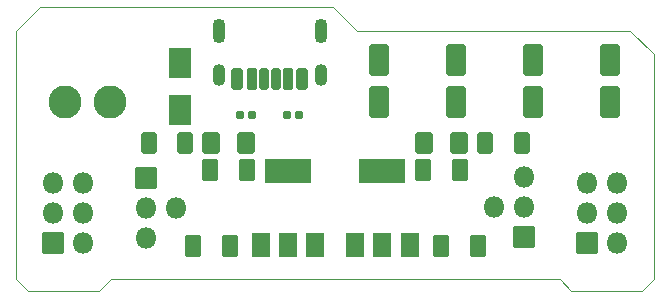
<source format=gbr>
%TF.GenerationSoftware,KiCad,Pcbnew,(7.0.0)*%
%TF.CreationDate,2023-03-29T15:29:01+01:00*%
%TF.ProjectId,MicroBBPS,4d696372-6f42-4425-9053-2e6b69636164,rev?*%
%TF.SameCoordinates,Original*%
%TF.FileFunction,Soldermask,Top*%
%TF.FilePolarity,Negative*%
%FSLAX46Y46*%
G04 Gerber Fmt 4.6, Leading zero omitted, Abs format (unit mm)*
G04 Created by KiCad (PCBNEW (7.0.0)) date 2023-03-29 15:29:01*
%MOMM*%
%LPD*%
G01*
G04 APERTURE LIST*
G04 Aperture macros list*
%AMRoundRect*
0 Rectangle with rounded corners*
0 $1 Rounding radius*
0 $2 $3 $4 $5 $6 $7 $8 $9 X,Y pos of 4 corners*
0 Add a 4 corners polygon primitive as box body*
4,1,4,$2,$3,$4,$5,$6,$7,$8,$9,$2,$3,0*
0 Add four circle primitives for the rounded corners*
1,1,$1+$1,$2,$3*
1,1,$1+$1,$4,$5*
1,1,$1+$1,$6,$7*
1,1,$1+$1,$8,$9*
0 Add four rect primitives between the rounded corners*
20,1,$1+$1,$2,$3,$4,$5,0*
20,1,$1+$1,$4,$5,$6,$7,0*
20,1,$1+$1,$6,$7,$8,$9,0*
20,1,$1+$1,$8,$9,$2,$3,0*%
G04 Aperture macros list end*
%ADD10RoundRect,0.299999X0.412501X0.650001X-0.412501X0.650001X-0.412501X-0.650001X0.412501X-0.650001X0*%
%ADD11RoundRect,0.299999X-0.412501X-0.650001X0.412501X-0.650001X0.412501X0.650001X-0.412501X0.650001X0*%
%ADD12RoundRect,0.300000X0.550000X-1.050000X0.550000X1.050000X-0.550000X1.050000X-0.550000X-1.050000X0*%
%ADD13RoundRect,0.300000X-0.462500X-0.625000X0.462500X-0.625000X0.462500X0.625000X-0.462500X0.625000X0*%
%ADD14RoundRect,0.050000X0.900000X-1.250000X0.900000X1.250000X-0.900000X1.250000X-0.900000X-1.250000X0*%
%ADD15RoundRect,0.300000X0.462500X0.625000X-0.462500X0.625000X-0.462500X-0.625000X0.462500X-0.625000X0*%
%ADD16C,2.800000*%
%ADD17RoundRect,0.050000X0.850000X0.850000X-0.850000X0.850000X-0.850000X-0.850000X0.850000X-0.850000X0*%
%ADD18O,1.800000X1.800000*%
%ADD19RoundRect,0.300000X-0.400000X-0.625000X0.400000X-0.625000X0.400000X0.625000X-0.400000X0.625000X0*%
%ADD20RoundRect,0.300000X0.400000X0.625000X-0.400000X0.625000X-0.400000X-0.625000X0.400000X-0.625000X0*%
%ADD21RoundRect,0.050000X0.750000X-1.000000X0.750000X1.000000X-0.750000X1.000000X-0.750000X-1.000000X0*%
%ADD22RoundRect,0.050000X1.900000X-1.000000X1.900000X1.000000X-1.900000X1.000000X-1.900000X-1.000000X0*%
%ADD23RoundRect,0.050000X-0.850000X-0.850000X0.850000X-0.850000X0.850000X0.850000X-0.850000X0.850000X0*%
%ADD24RoundRect,0.185000X-0.135000X-0.185000X0.135000X-0.185000X0.135000X0.185000X-0.135000X0.185000X0*%
%ADD25RoundRect,0.225000X0.175000X0.700000X-0.175000X0.700000X-0.175000X-0.700000X0.175000X-0.700000X0*%
%ADD26RoundRect,0.250000X0.200000X0.675000X-0.200000X0.675000X-0.200000X-0.675000X0.200000X-0.675000X0*%
%ADD27RoundRect,0.275000X0.225000X0.650000X-0.225000X0.650000X-0.225000X-0.650000X0.225000X-0.650000X0*%
%ADD28O,1.100000X1.850000*%
%ADD29O,1.100000X2.100000*%
%ADD30RoundRect,0.185000X0.135000X0.185000X-0.135000X0.185000X-0.135000X-0.185000X0.135000X-0.185000X0*%
%TA.AperFunction,Profile*%
%ADD31C,0.050000*%
%TD*%
G04 APERTURE END LIST*
D10*
%TO.C,C1*%
X18062500Y-20250000D03*
X14937500Y-20250000D03*
%TD*%
D11*
%TO.C,C2*%
X34437500Y-13750000D03*
X37562500Y-13750000D03*
%TD*%
%TO.C,C3*%
X35937500Y-20250000D03*
X39062500Y-20250000D03*
%TD*%
D10*
%TO.C,C4*%
X19562500Y-13750000D03*
X16437500Y-13750000D03*
%TD*%
D12*
%TO.C,C5*%
X50250000Y-8050000D03*
X50250000Y-4450000D03*
%TD*%
%TO.C,C6*%
X43750000Y-8050000D03*
X43750000Y-4450000D03*
%TD*%
%TO.C,C7*%
X37250000Y-8050000D03*
X37250000Y-4450000D03*
%TD*%
%TO.C,C8*%
X30750000Y-8050000D03*
X30750000Y-4450000D03*
%TD*%
D13*
%TO.C,D1*%
X16512500Y-11500000D03*
X19487500Y-11500000D03*
%TD*%
D14*
%TO.C,D2*%
X13850000Y-8750000D03*
X13850000Y-4750000D03*
%TD*%
D15*
%TO.C,D3*%
X37487500Y-11500000D03*
X34512500Y-11500000D03*
%TD*%
D16*
%TO.C,J5*%
X7905000Y-8000000D03*
X4095000Y-8000000D03*
%TD*%
D17*
%TO.C,J8*%
X43000000Y-19500000D03*
D18*
X42999999Y-16959999D03*
X42999999Y-14419999D03*
X40459999Y-16959999D03*
%TD*%
D19*
%TO.C,R1*%
X39700000Y-11500000D03*
X42800000Y-11500000D03*
%TD*%
D20*
%TO.C,R2*%
X14300000Y-11500000D03*
X11200000Y-11500000D03*
%TD*%
D21*
%TO.C,U1*%
X28700000Y-20150000D03*
X31000000Y-20150000D03*
D22*
X31000000Y-13850000D03*
D21*
X33300000Y-20150000D03*
%TD*%
%TO.C,U3*%
X20700000Y-20150000D03*
X23000000Y-20150000D03*
D22*
X23000000Y-13850000D03*
D21*
X25300000Y-20150000D03*
%TD*%
D23*
%TO.C,J9*%
X11000000Y-14500000D03*
D18*
X10999999Y-17039999D03*
X10999999Y-19579999D03*
X13539999Y-17039999D03*
%TD*%
D24*
%TO.C,R4*%
X22953000Y-9104000D03*
X23973000Y-9104000D03*
%TD*%
D25*
%TO.C,J1*%
X21963000Y-6104000D03*
D26*
X19943000Y-6104000D03*
D27*
X18713000Y-6104000D03*
D25*
X20963000Y-6104000D03*
D26*
X22983000Y-6104000D03*
D27*
X24213000Y-6104000D03*
D28*
X25782999Y-5728999D03*
D29*
X25782999Y-2028999D03*
D28*
X17142999Y-5728999D03*
D29*
X17142999Y-2028999D03*
%TD*%
D30*
%TO.C,R3*%
X19973000Y-9104000D03*
X18953000Y-9104000D03*
%TD*%
D23*
%TO.C,J3*%
X3120000Y-20000000D03*
D18*
X5659999Y-19999999D03*
X3119999Y-17459999D03*
X5659999Y-17459999D03*
X3119999Y-14919999D03*
X5659999Y-14919999D03*
%TD*%
D23*
%TO.C,J4*%
X48340000Y-20000000D03*
D18*
X50879999Y-19999999D03*
X48339999Y-17459999D03*
X50879999Y-17459999D03*
X48339999Y-14919999D03*
X50879999Y-14919999D03*
%TD*%
D31*
X0Y-23000000D02*
X0Y-2000000D01*
X46000000Y-23000000D02*
X8000000Y-23000000D01*
X26813000Y0D02*
X28813000Y-2000000D01*
X28813000Y-2000000D02*
X52000000Y-2000000D01*
X53000000Y-24000000D02*
X47000000Y-24000000D01*
X0Y-2000000D02*
X2000000Y0D01*
X1000000Y-24000000D02*
X0Y-23000000D01*
X2000000Y0D02*
X26813000Y0D01*
X7000000Y-24000000D02*
X1000000Y-24000000D01*
X54000000Y-23000000D02*
X53000000Y-24000000D01*
X8000000Y-23000000D02*
X7000000Y-24000000D01*
X47000000Y-24000000D02*
X46000000Y-23000000D01*
X52000000Y-2000000D02*
X54000000Y-4000000D01*
X54000000Y-4000000D02*
X54000000Y-23000000D01*
M02*

</source>
